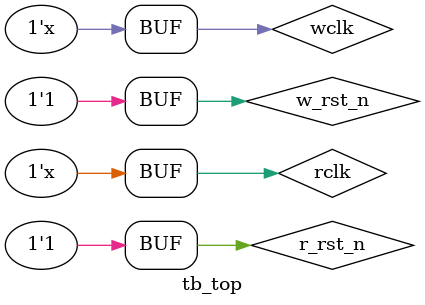
<source format=sv>

`include "interface.sv"
`include "test.sv"

module tb_top;

    parameter depth=256;
    parameter data_width=8;
    parameter ptr_width=8;

	bit rclk;
	bit wclk;
	bit w_rst_n, r_rst_n;
	
	//clock generation
	always #5 rclk=~rclk;
    always #2 wclk=~wclk;
	
	//reset Generation
    initial begin
	    w_rst_n = 0;
		r_rst_n = 0;
		#50 w_rst_n = 1;
		#50 r_rst_n = 1;
    end
	
	intfc intf(.wclk(wclk), .rclk(rclk), .w_rst_n, .r_rst_n); //creatinng instance of interface, inorder to connect DUT and testcase
	
	test t1(intf); //Testcase instance, interface handle is passed to test as an argument
	
	top  #(.depth(depth), .data_width(data_width), .ptr_width(ptr_width))top1(  .i1(intf )); //DUT  instance

endmodule
</source>
